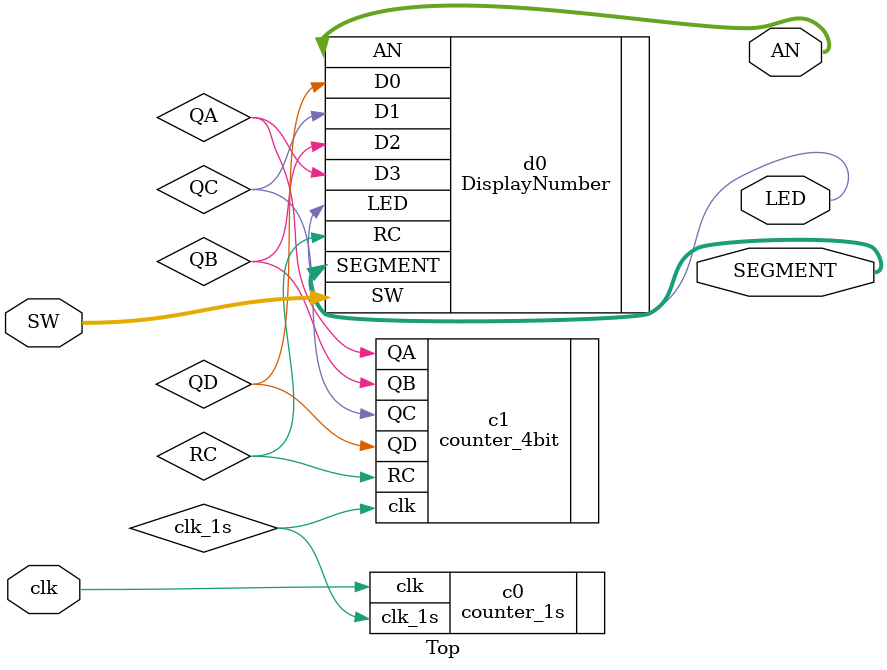
<source format=v>
`timescale 1ns / 1ps


module Top(
    input wire clk,
    input wire[15:0] SW,
    output wire [3:0] AN,
    output wire [7:0] SEGMENT,
    output wire LED
    );
    wire clk_1s;
    wire QA,QB,QC,QD,RC;

    counter_1s c0(.clk(clk),.clk_1s(clk_1s));
    counter_4bit c1(.clk(clk_1s),.QA(QA),.QB(QB),.QC(QC),.QD(QD),.RC(RC));
    DisplayNumber d0(.SW(SW),.D3(QA),.D2(QB),.D1(QC),.D0(QD),.RC(RC),
    .SEGMENT(SEGMENT),.AN(AN),
    .LED(LED));
endmodule

</source>
